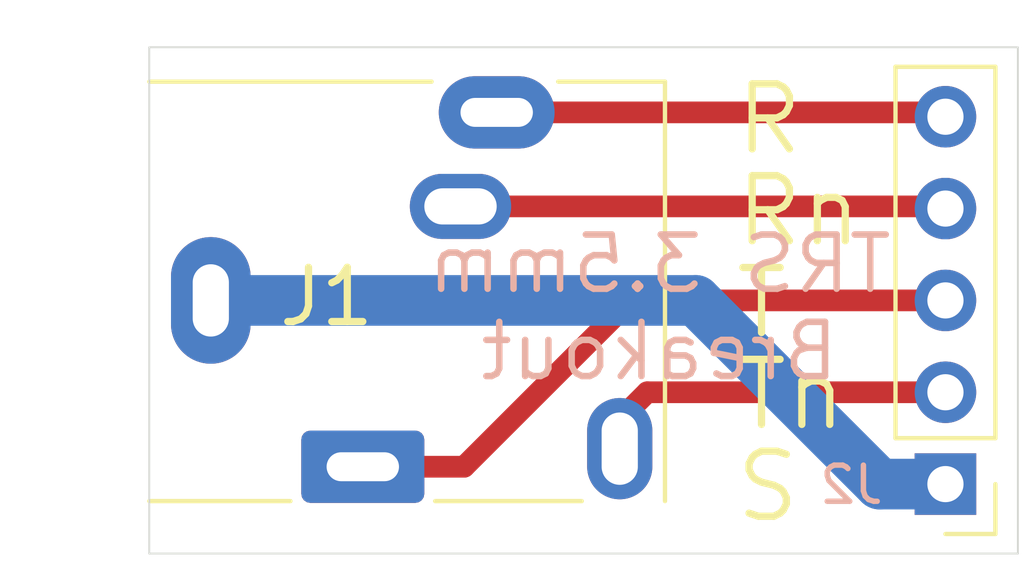
<source format=kicad_pcb>
(kicad_pcb (version 20241229) (generator "pcbnew") (generator_version "9.0")
  (layers (0 "F.Cu" signal) (2 "B.Cu" signal) (13 "F.Paste" user) (15 "B.Paste" user) (5 "F.SilkS" user "F.Silkscreen") (7 "B.SilkS" user "B.Silkscreen") (1 "F.Mask" user) (3 "B.Mask" user) (25 "Edge.Cuts" user))
  (net 0 "")
  (net 1 "/RING")
  (net 2 "/TIP_N")
  (net 3 "/TIP")
  (net 4 "/SLEEVE")
  (net 5 "/RING_N")
  (footprint "Connector_PinHeader_2.54mm:PinHeader_1x05_P2.54mm_Vertical" (layer "F.Cu") (at 122 105.08 180)
    (property "Reference" "J2" (at 2.6 -0.02 0) (layer "B.SilkS") (effects (justify mirror)))
    (property "Value" "5 Pin")
    (fp_line (start 1.38 1.27) (end 1.38 11.54) (stroke (width 0.12)) (layer "F.SilkS"))
    (fp_line (start -1.38 11.54) (end 1.38 11.54) (stroke (width 0.12)) (layer "F.SilkS"))
    (fp_line (start -1.38 1.27) (end 1.38 1.27) (stroke (width 0.12)) (layer "F.SilkS"))
    (fp_line (start -1.38 1.27) (end -1.38 11.54) (stroke (width 0.12)) (layer "F.SilkS"))
    (fp_line (start -1.38 0) (end -1.38 -1.38) (stroke (width 0.12)) (layer "F.SilkS"))
    (fp_line (start -1.38 -1.38) (end 0 -1.38) (stroke (width 0.12)) (layer "F.SilkS"))
    (pad "1" thru_hole rect (at 0 0 180) (size 1.7 1.7) (drill 1) (layers "*.Cu" "*.Mask") (net 4 "/SLEEVE"))
    (pad "2" thru_hole circle (at 0 2.54 180) (size 1.7 1.7) (drill 1) (layers "*.Cu" "*.Mask") (net 2 "/TIP_N"))
    (pad "3" thru_hole circle (at 0 5.08 180) (size 1.7 1.7) (drill 1) (layers "*.Cu" "*.Mask") (net 3 "/TIP"))
    (pad "4" thru_hole circle (at 0 7.62 180) (size 1.7 1.7) (drill 1) (layers "*.Cu" "*.Mask") (net 5 "/RING_N"))
    (pad "5" thru_hole circle (at 0 10.16 180) (size 1.7 1.7) (drill 1) (layers "*.Cu" "*.Mask") (net 1 "/RING"))
  )
  (footprint "CM_Connector_Audio:Jack_3.5mm_TRS_Tayda A-4780-Horizontal" (layer "F.Cu") (at 101.7 100)
    (property "Reference" "J1" (at 3.2 -0.1 0) (layer "F.SilkS") (effects (font (size 1.5 1.5) (thickness 0.2))))
    (property "Value" "AudioJack2_Ground_Switch")
    (fp_line (start 2.2 5.55) (end -1.7 5.55) (stroke (width 0.12)) (layer "F.SilkS"))
    (fp_line (start 6.1 -6.05) (end -1.7 -6.05) (stroke (width 0.12)) (layer "F.SilkS"))
    (fp_line (start 10.25 5.55) (end 6.2 5.55) (stroke (width 0.12)) (layer "F.SilkS"))
    (fp_line (start 12.55 -6.05) (end 9.6 -6.05) (stroke (width 0.12)) (layer "F.SilkS"))
    (fp_line (start 12.55 -6.05) (end 12.55 5.55) (stroke (width 0.12)) (layer "F.SilkS"))
    (pad "R" thru_hole oval (at 7.9 -5.2) (size 3.2 2) (drill oval 2 0.8) (layers "*.Cu" "*.Mask") (net 1 "/RING"))
    (pad "RN" thru_hole oval (at 6.9 -2.6) (size 2.8 1.8) (drill oval 2 1) (layers "*.Cu" "*.Mask") (net 5 "/RING_N"))
    (pad "S" thru_hole oval (at 0 0 270) (size 3.5 2.2) (drill oval 2 1) (layers "*.Cu" "*.Mask") (net 4 "/SLEEVE"))
    (pad "T" thru_hole roundrect (at 4.2 4.6) (size 3.4 2) (drill oval 2 0.8) (layers "*.Cu" "*.Mask") (roundrect_rratio 0.125) (net 3 "/TIP"))
    (pad "TN" thru_hole oval (at 11.3 4.1 90) (size 2.8 1.8) (drill oval 2 1) (layers "*.Cu" "*.Mask") (net 2 "/TIP_N"))
  )
  (gr_line (start 100 107) (end 100 93) (stroke (width 0.05)) (layer "Edge.Cuts"))
  (gr_line (start 124 93) (end 124 107) (stroke (width 0.05)) (layer "Edge.Cuts"))
  (gr_line (start 100 93) (end 124 93) (stroke (width 0.05)) (layer "Edge.Cuts"))
  (gr_line (start 124 107) (end 100 107) (stroke (width 0.05)) (layer "Edge.Cuts"))
  (gr_text "T" (at 116.1 101.12 0) (layer "F.SilkS") (effects (font (size 1.8 1.8) (thickness 0.2)) (justify left bottom)))
  (gr_text "R" (at 116.1 96.04 0) (layer "F.SilkS") (effects (font (size 1.8 1.8) (thickness 0.2)) (justify left bottom)))
  (gr_text "S" (at 116.1 106.2 0) (layer "F.SilkS") (effects (font (size 1.8 1.8) (thickness 0.2)) (justify left bottom)))
  (gr_text "Rn" (at 116.1 98.58 0) (layer "F.SilkS") (effects (font (size 1.8 1.8) (thickness 0.2)) (justify left bottom)))
  (gr_text "Tn" (at 116.1 103.66 0) (layer "F.SilkS") (effects (font (size 1.8 1.8) (thickness 0.2)) (justify left bottom)))
  (gr_text "TRS 3.5mm\nBreakout" (at 114.1 100.2 0) (layer "B.SilkS") (effects (font (size 1.5 1.5) (thickness 0.18)) (justify mirror)))
  (segment (start 109.6 94.8) (end 121.88 94.8) (width 0.6) (layer "F.Cu") (net 1))
  (segment (start 121.88 94.8) (end 122 94.92) (width 0.6) (layer "F.Cu") (net 1))
  (segment (start 113 103.3) (end 113.76 102.54) (width 0.6) (layer "F.Cu") (net 2))
  (segment (start 113.76 102.54) (end 122 102.54) (width 0.6) (layer "F.Cu") (net 2))
  (segment (start 113 104.1) (end 113 103.3) (width 0.6) (layer "F.Cu") (net 2))
  (segment (start 105.9 104.6) (end 108.7 104.6) (width 0.6) (layer "F.Cu") (net 3))
  (segment (start 113.3 100) (end 122 100) (width 0.6) (layer "F.Cu") (net 3))
  (segment (start 108.7 104.6) (end 113.3 100) (width 0.6) (layer "F.Cu") (net 3))
  (segment (start 120.18 105.08) (end 115.1 100) (width 1.4) (layer "B.Cu") (net 4))
  (segment (start 115.1 100) (end 101.7 100) (width 1.4) (layer "B.Cu") (net 4))
  (segment (start 122 105.08) (end 120.18 105.08) (width 1.4) (layer "B.Cu") (net 4))
  (segment (start 121.94 97.4) (end 122 97.46) (width 0.6) (layer "F.Cu") (net 5))
  (segment (start 108.6 97.4) (end 121.94 97.4) (width 0.6) (layer "F.Cu") (net 5))
)
</source>
